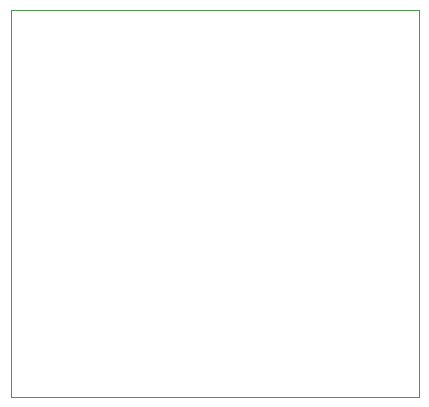
<source format=gbr>
%TF.GenerationSoftware,KiCad,Pcbnew,5.1.9+dfsg1-1+deb11u1*%
%TF.CreationDate,2023-02-22T14:32:47-05:00*%
%TF.ProjectId,DAC8811-sch,44414338-3831-4312-9d73-63682e6b6963,rev?*%
%TF.SameCoordinates,Original*%
%TF.FileFunction,Profile,NP*%
%FSLAX46Y46*%
G04 Gerber Fmt 4.6, Leading zero omitted, Abs format (unit mm)*
G04 Created by KiCad (PCBNEW 5.1.9+dfsg1-1+deb11u1) date 2023-02-22 14:32:47*
%MOMM*%
%LPD*%
G01*
G04 APERTURE LIST*
%TA.AperFunction,Profile*%
%ADD10C,0.050000*%
%TD*%
G04 APERTURE END LIST*
D10*
X110490000Y-94488000D02*
X110744000Y-94488000D01*
X110490000Y-127254000D02*
X110490000Y-94488000D01*
X145034000Y-94488000D02*
X110744000Y-94488000D01*
X145034000Y-127254000D02*
X145034000Y-94488000D01*
X110490000Y-127254000D02*
X145034000Y-127254000D01*
M02*

</source>
